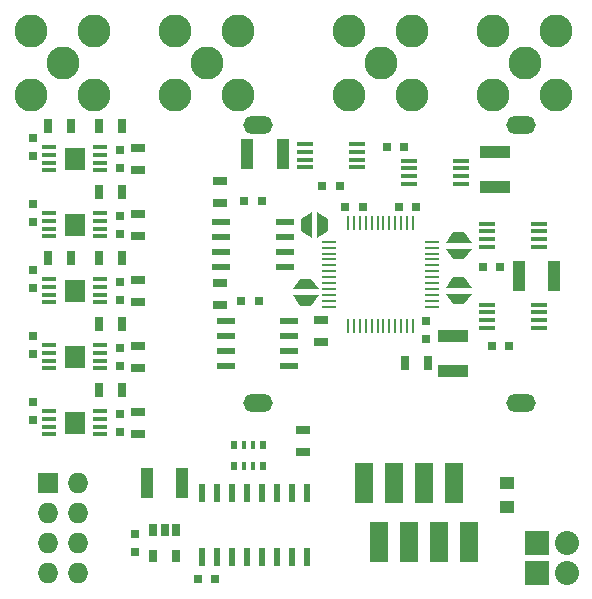
<source format=gts>
G04 #@! TF.FileFunction,Soldermask,Top*
%FSLAX46Y46*%
G04 Gerber Fmt 4.6, Leading zero omitted, Abs format (unit mm)*
G04 Created by KiCad (PCBNEW 4.0.2-4+6225~38~ubuntu14.04.1-stable) date Thu 10 Mar 2016 19:43:35 GMT*
%MOMM*%
G01*
G04 APERTURE LIST*
%ADD10C,0.100000*%
%ADD11R,1.450000X0.450000*%
%ADD12R,1.500000X3.500000*%
%ADD13R,1.250000X1.000000*%
%ADD14R,0.700000X1.300000*%
%ADD15R,1.300000X0.700000*%
%ADD16R,0.250000X1.300000*%
%ADD17R,1.300000X0.250000*%
%ADD18R,1.550000X0.600000*%
%ADD19R,0.650000X1.060000*%
%ADD20R,0.600000X1.500000*%
%ADD21R,0.800000X0.750000*%
%ADD22R,0.750000X0.800000*%
%ADD23R,1.727200X1.727200*%
%ADD24O,1.727200X1.727200*%
%ADD25O,2.500000X1.500000*%
%ADD26R,1.170000X0.406400*%
%ADD27R,1.680000X1.880000*%
%ADD28C,2.800000*%
%ADD29R,2.500000X1.000000*%
%ADD30R,1.000000X2.500000*%
%ADD31R,2.032000X2.032000*%
%ADD32O,2.032000X2.032000*%
%ADD33R,0.500000X0.800000*%
%ADD34R,0.400000X0.800000*%
G04 APERTURE END LIST*
D10*
D11*
X125689000Y-111547000D03*
X125689000Y-112197000D03*
X125689000Y-112847000D03*
X125689000Y-113497000D03*
X130089000Y-113497000D03*
X130089000Y-112847000D03*
X130089000Y-112197000D03*
X130089000Y-111547000D03*
D12*
X130683000Y-140248000D03*
X131953000Y-145248000D03*
X133223000Y-140248000D03*
X134493000Y-145248000D03*
X135763000Y-140248000D03*
X137033000Y-145248000D03*
X138303000Y-140248000D03*
X139573000Y-145248000D03*
D13*
X142748000Y-140224000D03*
X142748000Y-142224000D03*
D14*
X134178000Y-130048000D03*
X136078000Y-130048000D03*
D15*
X127000000Y-126431000D03*
X127000000Y-128331000D03*
D14*
X105852000Y-121158000D03*
X103952000Y-121158000D03*
D15*
X111506000Y-124902000D03*
X111506000Y-123002000D03*
D14*
X110170000Y-121158000D03*
X108270000Y-121158000D03*
D15*
X111506000Y-130490000D03*
X111506000Y-128590000D03*
D14*
X110170000Y-126746000D03*
X108270000Y-126746000D03*
D15*
X111506000Y-119314000D03*
X111506000Y-117414000D03*
D14*
X110170000Y-115570000D03*
X108270000Y-115570000D03*
X105852000Y-109982000D03*
X103952000Y-109982000D03*
D15*
X111506000Y-113726000D03*
X111506000Y-111826000D03*
D14*
X110170000Y-109982000D03*
X108270000Y-109982000D03*
D15*
X111506000Y-136078000D03*
X111506000Y-134178000D03*
D14*
X110170000Y-132334000D03*
X108270000Y-132334000D03*
D16*
X129330000Y-126905000D03*
X129830000Y-126905000D03*
X130330000Y-126905000D03*
X130830000Y-126905000D03*
X131330000Y-126905000D03*
X131830000Y-126905000D03*
X132330000Y-126905000D03*
X132830000Y-126905000D03*
X133330000Y-126905000D03*
X133830000Y-126905000D03*
X134330000Y-126905000D03*
X134830000Y-126905000D03*
D17*
X136430000Y-125305000D03*
X136430000Y-124805000D03*
X136430000Y-124305000D03*
X136430000Y-123805000D03*
X136430000Y-123305000D03*
X136430000Y-122805000D03*
X136430000Y-122305000D03*
X136430000Y-121805000D03*
X136430000Y-121305000D03*
X136430000Y-120805000D03*
X136430000Y-120305000D03*
X136430000Y-119805000D03*
D16*
X134830000Y-118205000D03*
X134330000Y-118205000D03*
X133830000Y-118205000D03*
X133330000Y-118205000D03*
X132830000Y-118205000D03*
X132330000Y-118205000D03*
X131830000Y-118205000D03*
X131330000Y-118205000D03*
X130830000Y-118205000D03*
X130330000Y-118205000D03*
X129830000Y-118205000D03*
X129330000Y-118205000D03*
D17*
X127730000Y-119805000D03*
X127730000Y-120305000D03*
X127730000Y-120805000D03*
X127730000Y-121305000D03*
X127730000Y-121805000D03*
X127730000Y-122305000D03*
X127730000Y-122805000D03*
X127730000Y-123305000D03*
X127730000Y-123805000D03*
X127730000Y-124305000D03*
X127730000Y-124805000D03*
X127730000Y-125305000D03*
D11*
X141056000Y-125136000D03*
X141056000Y-125786000D03*
X141056000Y-126436000D03*
X141056000Y-127086000D03*
X145456000Y-127086000D03*
X145456000Y-126436000D03*
X145456000Y-125786000D03*
X145456000Y-125136000D03*
X141056000Y-118278000D03*
X141056000Y-118928000D03*
X141056000Y-119578000D03*
X141056000Y-120228000D03*
X145456000Y-120228000D03*
X145456000Y-119578000D03*
X145456000Y-118928000D03*
X145456000Y-118278000D03*
D18*
X124366000Y-130302000D03*
X124366000Y-129032000D03*
X124366000Y-127762000D03*
X124366000Y-126492000D03*
X118966000Y-126492000D03*
X118966000Y-127762000D03*
X118966000Y-129032000D03*
X118966000Y-130302000D03*
X123985000Y-121920000D03*
X123985000Y-120650000D03*
X123985000Y-119380000D03*
X123985000Y-118110000D03*
X118585000Y-118110000D03*
X118585000Y-119380000D03*
X118585000Y-120650000D03*
X118585000Y-121920000D03*
D19*
X114742000Y-144188000D03*
X113792000Y-144188000D03*
X112842000Y-144188000D03*
X112842000Y-146388000D03*
X114742000Y-146388000D03*
D20*
X116967000Y-146464000D03*
X118237000Y-146464000D03*
X119507000Y-146464000D03*
X120777000Y-146464000D03*
X122047000Y-146464000D03*
X123317000Y-146464000D03*
X124587000Y-146464000D03*
X125857000Y-146464000D03*
X125857000Y-141064000D03*
X124587000Y-141064000D03*
X123317000Y-141064000D03*
X122047000Y-141064000D03*
X120777000Y-141064000D03*
X119507000Y-141064000D03*
X118237000Y-141064000D03*
X116967000Y-141064000D03*
D21*
X129094800Y-116840000D03*
X130594800Y-116840000D03*
X135116000Y-116840000D03*
X133616000Y-116840000D03*
D22*
X135890000Y-126504000D03*
X135890000Y-128004000D03*
D21*
X142990000Y-128651000D03*
X141490000Y-128651000D03*
X142228000Y-121920000D03*
X140728000Y-121920000D03*
X120281000Y-124841000D03*
X121781000Y-124841000D03*
X120535000Y-116332000D03*
X122035000Y-116332000D03*
X134100000Y-111760000D03*
X132600000Y-111760000D03*
X128639000Y-115062000D03*
X127139000Y-115062000D03*
D22*
X102616000Y-123686000D03*
X102616000Y-122186000D03*
X102616000Y-129274000D03*
X102616000Y-127774000D03*
X102616000Y-118098000D03*
X102616000Y-116598000D03*
X109982000Y-124702000D03*
X109982000Y-123202000D03*
X109982000Y-130290000D03*
X109982000Y-128790000D03*
X109982000Y-119114000D03*
X109982000Y-117614000D03*
X102616000Y-112510000D03*
X102616000Y-111010000D03*
X102616000Y-134862000D03*
X102616000Y-133362000D03*
X109982000Y-113526000D03*
X109982000Y-112026000D03*
X109982000Y-135878000D03*
X109982000Y-134378000D03*
D10*
G36*
X126742000Y-117264000D02*
X127642000Y-117864000D01*
X127642000Y-118864000D01*
X126742000Y-119464000D01*
X126742000Y-117264000D01*
X126742000Y-117264000D01*
G37*
G36*
X126242000Y-119464000D02*
X125342000Y-118864000D01*
X125342000Y-117864000D01*
X126242000Y-117264000D01*
X126242000Y-119464000D01*
X126242000Y-119464000D01*
G37*
G36*
X124630000Y-123829000D02*
X125230000Y-122929000D01*
X126230000Y-122929000D01*
X126830000Y-123829000D01*
X124630000Y-123829000D01*
X124630000Y-123829000D01*
G37*
G36*
X126830000Y-124329000D02*
X126230000Y-125229000D01*
X125230000Y-125229000D01*
X124630000Y-124329000D01*
X126830000Y-124329000D01*
X126830000Y-124329000D01*
G37*
G36*
X139784000Y-120392000D02*
X139184000Y-121292000D01*
X138184000Y-121292000D01*
X137584000Y-120392000D01*
X139784000Y-120392000D01*
X139784000Y-120392000D01*
G37*
G36*
X137584000Y-119892000D02*
X138184000Y-118992000D01*
X139184000Y-118992000D01*
X139784000Y-119892000D01*
X137584000Y-119892000D01*
X137584000Y-119892000D01*
G37*
G36*
X137584000Y-123702000D02*
X138184000Y-122802000D01*
X139184000Y-122802000D01*
X139784000Y-123702000D01*
X137584000Y-123702000D01*
X137584000Y-123702000D01*
G37*
G36*
X139784000Y-124202000D02*
X139184000Y-125102000D01*
X138184000Y-125102000D01*
X137584000Y-124202000D01*
X139784000Y-124202000D01*
X139784000Y-124202000D01*
G37*
D11*
X138852000Y-114894000D03*
X138852000Y-114244000D03*
X138852000Y-113594000D03*
X138852000Y-112944000D03*
X134452000Y-112944000D03*
X134452000Y-113594000D03*
X134452000Y-114244000D03*
X134452000Y-114894000D03*
D23*
X103886000Y-140208000D03*
D24*
X106426000Y-140208000D03*
X103886000Y-142748000D03*
X106426000Y-142748000D03*
X103886000Y-145288000D03*
X106426000Y-145288000D03*
X103886000Y-147828000D03*
X106426000Y-147828000D03*
D25*
X121742000Y-133416000D03*
X143942000Y-109916000D03*
X143942000Y-133416000D03*
X121742000Y-109916000D03*
D22*
X111252000Y-146038000D03*
X111252000Y-144538000D03*
D21*
X116598000Y-148336000D03*
X118098000Y-148336000D03*
D26*
X108344500Y-136105900D03*
X108344500Y-135458200D03*
X108344500Y-134797800D03*
X108344500Y-134150100D03*
X103999500Y-134150100D03*
X103999500Y-134797800D03*
X103999500Y-135458200D03*
X103999500Y-136105900D03*
D27*
X106172000Y-135128000D03*
D26*
X108344500Y-113753900D03*
X108344500Y-113106200D03*
X108344500Y-112445800D03*
X108344500Y-111798100D03*
X103999500Y-111798100D03*
X103999500Y-112445800D03*
X103999500Y-113106200D03*
X103999500Y-113753900D03*
D27*
X106172000Y-112776000D03*
D26*
X108344500Y-119341900D03*
X108344500Y-118694200D03*
X108344500Y-118033800D03*
X108344500Y-117386100D03*
X103999500Y-117386100D03*
X103999500Y-118033800D03*
X103999500Y-118694200D03*
X103999500Y-119341900D03*
D27*
X106172000Y-118364000D03*
D26*
X108344500Y-130517900D03*
X108344500Y-129870200D03*
X108344500Y-129209800D03*
X108344500Y-128562100D03*
X103999500Y-128562100D03*
X103999500Y-129209800D03*
X103999500Y-129870200D03*
X103999500Y-130517900D03*
D27*
X106172000Y-129540000D03*
D26*
X108344500Y-124929900D03*
X108344500Y-124282200D03*
X108344500Y-123621800D03*
X108344500Y-122974100D03*
X103999500Y-122974100D03*
X103999500Y-123621800D03*
X103999500Y-124282200D03*
X103999500Y-124929900D03*
D27*
X106172000Y-123952000D03*
D15*
X118491000Y-123256000D03*
X118491000Y-125156000D03*
X118491000Y-114620000D03*
X118491000Y-116520000D03*
D28*
X132080000Y-104648000D03*
X134780000Y-101948000D03*
X129380000Y-101948000D03*
X129380000Y-107348000D03*
X134780000Y-107348000D03*
X144272000Y-104648000D03*
X146972000Y-101948000D03*
X141572000Y-101948000D03*
X141572000Y-107348000D03*
X146972000Y-107348000D03*
D29*
X138176000Y-127786000D03*
X138176000Y-130786000D03*
X141732000Y-115165000D03*
X141732000Y-112165000D03*
D30*
X123801000Y-112395000D03*
X120801000Y-112395000D03*
D31*
X145288000Y-147828000D03*
D32*
X147828000Y-147828000D03*
D31*
X145288000Y-145288000D03*
D32*
X147828000Y-145288000D03*
D28*
X105156000Y-104648000D03*
X107856000Y-101948000D03*
X102456000Y-101948000D03*
X102456000Y-107348000D03*
X107856000Y-107348000D03*
X117348000Y-104648000D03*
X120048000Y-101948000D03*
X114648000Y-101948000D03*
X114648000Y-107348000D03*
X120048000Y-107348000D03*
D33*
X119704000Y-138822000D03*
D34*
X121304000Y-138822000D03*
X120504000Y-138822000D03*
D33*
X122104000Y-138822000D03*
D34*
X120504000Y-137022000D03*
D33*
X119704000Y-137022000D03*
D34*
X121304000Y-137022000D03*
D33*
X122104000Y-137022000D03*
D30*
X143788000Y-122682000D03*
X146788000Y-122682000D03*
X115292000Y-140208000D03*
X112292000Y-140208000D03*
D15*
X125476000Y-135702000D03*
X125476000Y-137602000D03*
M02*

</source>
